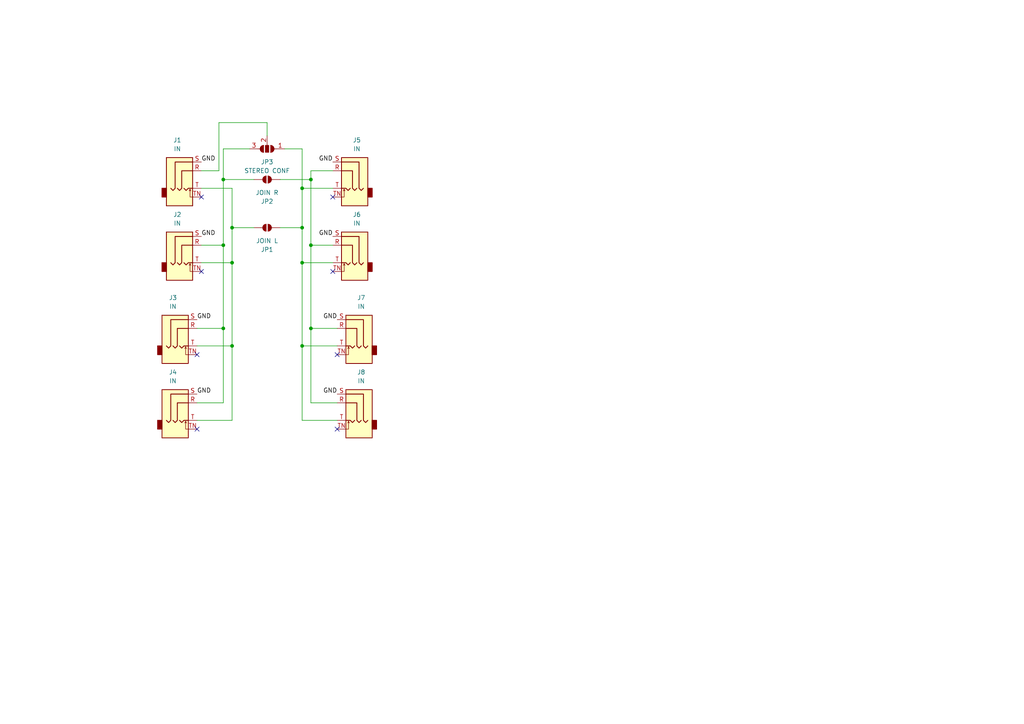
<source format=kicad_sch>
(kicad_sch (version 20231120) (generator "eeschema") (generator_version "8.0")
  (paper "A4")
  (title_block (title "Audio Thing Template") (rev "1.0") (company "velvia-fifty") (comment 1 "https://github.com/velvia-fifty/AudioThings") (comment 2 "You should have changed this already :)") (comment 4 "Stay humble"))
  (lib_symbols
    (symbol "Connector_Audio:AudioJack3_SwitchT"
      (property "Reference" "J" (at 0 8.89 0))
      (property "Value" "AudioJack3_SwitchT" (at 0 6.35 0))
      (symbol "AudioJack3_SwitchT_0_1"
        (rectangle (start -5.08 -5.08) (end -6.35 -7.62) (stroke (width 0.254)) (fill (type outline)))
        (polyline (pts (xy 1.778 -5.334) (xy 2.032 -5.842)))
        (polyline (pts (xy 0 -5.08) (xy 0.635 -5.715) (xy 1.27 -5.08) (xy 2.54 -5.08)) (stroke (width 0.254)))
        (polyline (pts (xy 2.54 -7.62) (xy 1.778 -7.62) (xy 1.778 -5.334) (xy 1.524 -5.842)))
        (polyline (pts (xy -1.905 -5.08) (xy -1.27 -5.715) (xy -0.635 -5.08) (xy -0.635 0) (xy 2.54 0)) (stroke (width 0.254)))
        (polyline (pts (xy 2.54 2.54) (xy -2.54 2.54) (xy -2.54 -5.08) (xy -3.175 -5.715) (xy -3.81 -5.08)) (stroke (width 0.254)))
        (rectangle (start 2.54 3.81) (end -5.08 -10.16) (stroke (width 0.254)) (fill (type background)))
      )
      (symbol "AudioJack3_SwitchT_1_1"
        (pin passive line (at 5.08 0 180) (length 2.54) (name "~") (number "R"))
        (pin passive line (at 5.08 2.54 180) (length 2.54) (name "~") (number "S"))
        (pin passive line (at 5.08 -5.08 180) (length 2.54) (name "~") (number "T"))
        (pin passive line (at 5.08 -7.62 180) (length 2.54) (name "~") (number "TN"))
      )
    )
    (symbol "Jumper:SolderJumper_2_Open" (pin_numbers hide) (pin_names (offset 0) hide) (exclude_from_sim yes) (in_bom no)
      (property "Reference" "JP" (at 0 2.032 0))
      (property "Value" "SolderJumper_2_Open" (at 0 -2.54 0))
      (symbol "SolderJumper_2_Open_0_1"
        (arc (start -0.254 1.016) (mid -1.2656 0) (end -0.254 -1.016))
        (arc (start -0.254 1.016) (mid -1.2656 0) (end -0.254 -1.016) (fill (type outline)))
        (polyline (pts (xy -0.254 1.016) (xy -0.254 -1.016)))
        (polyline (pts (xy 0.254 1.016) (xy 0.254 -1.016)))
        (arc (start 0.254 -1.016) (mid 1.2656 0) (end 0.254 1.016))
        (arc (start 0.254 -1.016) (mid 1.2656 0) (end 0.254 1.016) (fill (type outline)))
      )
      (symbol "SolderJumper_2_Open_1_1"
        (pin passive line (at -3.81 0 0) (length 2.54) (name "A") (number "1"))
        (pin passive line (at 3.81 0 180) (length 2.54) (name "B") (number "2"))
      )
    )
    (symbol "Jumper:SolderJumper_3_Open" (pin_names (offset 0) hide) (exclude_from_sim yes) (in_bom no)
      (property "Reference" "JP" (at -2.54 -2.54 0))
      (property "Value" "SolderJumper_3_Open" (at 0 2.794 0))
      (symbol "SolderJumper_3_Open_0_1"
        (arc (start -1.016 1.016) (mid -2.0276 0) (end -1.016 -1.016))
        (arc (start -1.016 1.016) (mid -2.0276 0) (end -1.016 -1.016) (fill (type outline)))
        (rectangle (start -0.508 1.016) (end 0.508 -1.016) (fill (type outline)))
        (polyline (pts (xy -2.54 0) (xy -2.032 0)))
        (polyline (pts (xy -1.016 1.016) (xy -1.016 -1.016)))
        (polyline (pts (xy 0 -1.27) (xy 0 -1.016)))
        (polyline (pts (xy 1.016 1.016) (xy 1.016 -1.016)))
        (polyline (pts (xy 2.54 0) (xy 2.032 0)))
        (arc (start 1.016 -1.016) (mid 2.0276 0) (end 1.016 1.016))
        (arc (start 1.016 -1.016) (mid 2.0276 0) (end 1.016 1.016) (fill (type outline)))
      )
      (symbol "SolderJumper_3_Open_1_1"
        (pin passive line (at -5.08 0 0) (length 2.54) (name "A") (number "1"))
        (pin passive line (at 0 -3.81 90) (length 2.54) (name "C") (number "2"))
        (pin passive line (at 5.08 0 180) (length 2.54) (name "B") (number "3"))
      )
    )
  )
  (junction (at 90.17 95.25))
  (junction (at 67.31 100.33))
  (junction (at 64.77 52.07))
  (junction (at 87.63 54.61))
  (junction (at 64.77 71.12))
  (junction (at 64.77 95.25))
  (junction (at 87.63 76.2))
  (junction (at 90.17 52.07))
  (junction (at 87.63 66.04))
  (junction (at 67.31 76.2))
  (junction (at 90.17 71.12))
  (junction (at 87.63 100.33))
  (junction (at 67.31 66.04))
  (no_connect (at 57.15 124.46))
  (no_connect (at 96.52 78.74))
  (no_connect (at 96.52 57.15))
  (no_connect (at 57.15 102.87))
  (no_connect (at 58.42 57.15))
  (no_connect (at 58.42 78.74))
  (no_connect (at 97.79 124.46))
  (no_connect (at 97.79 102.87))
  (wire (pts (xy 57.15 121.92) (xy 67.31 121.92)))
  (wire (pts (xy 77.47 35.56) (xy 77.47 39.37)))
  (wire (pts (xy 58.42 71.12) (xy 64.77 71.12)))
  (wire (pts (xy 64.77 52.07) (xy 64.77 43.18)))
  (wire (pts (xy 67.31 100.33) (xy 67.31 76.2)))
  (wire (pts (xy 67.31 66.04) (xy 67.31 54.61)))
  (wire (pts (xy 96.52 76.2) (xy 87.63 76.2)))
  (wire (pts (xy 58.42 76.2) (xy 67.31 76.2)))
  (wire (pts (xy 97.79 100.33) (xy 87.63 100.33)))
  (wire (pts (xy 64.77 43.18) (xy 72.39 43.18)))
  (wire (pts (xy 96.52 54.61) (xy 87.63 54.61)))
  (wire (pts (xy 57.15 95.25) (xy 64.77 95.25)))
  (wire (pts (xy 81.28 52.07) (xy 90.17 52.07)))
  (wire (pts (xy 97.79 116.84) (xy 90.17 116.84)))
  (wire (pts (xy 97.79 121.92) (xy 87.63 121.92)))
  (wire (pts (xy 57.15 116.84) (xy 64.77 116.84)))
  (wire (pts (xy 96.52 71.12) (xy 90.17 71.12)))
  (wire (pts (xy 96.52 49.53) (xy 90.17 49.53)))
  (wire (pts (xy 87.63 66.04) (xy 87.63 54.61)))
  (wire (pts (xy 90.17 49.53) (xy 90.17 52.07)))
  (wire (pts (xy 87.63 100.33) (xy 87.63 76.2)))
  (wire (pts (xy 97.79 95.25) (xy 90.17 95.25)))
  (wire (pts (xy 64.77 71.12) (xy 64.77 52.07)))
  (wire (pts (xy 81.28 66.04) (xy 87.63 66.04)))
  (wire (pts (xy 64.77 116.84) (xy 64.77 95.25)))
  (wire (pts (xy 64.77 52.07) (xy 73.66 52.07)))
  (wire (pts (xy 63.5 49.53) (xy 63.5 35.56)))
  (wire (pts (xy 64.77 95.25) (xy 64.77 71.12)))
  (wire (pts (xy 67.31 121.92) (xy 67.31 100.33)))
  (wire (pts (xy 63.5 35.56) (xy 77.47 35.56)))
  (wire (pts (xy 87.63 43.18) (xy 87.63 54.61)))
  (wire (pts (xy 67.31 76.2) (xy 67.31 66.04)))
  (wire (pts (xy 58.42 54.61) (xy 67.31 54.61)))
  (wire (pts (xy 67.31 66.04) (xy 73.66 66.04)))
  (wire (pts (xy 87.63 76.2) (xy 87.63 66.04)))
  (wire (pts (xy 57.15 100.33) (xy 67.31 100.33)))
  (wire (pts (xy 58.42 49.53) (xy 63.5 49.53)))
  (wire (pts (xy 82.55 43.18) (xy 87.63 43.18)))
  (wire (pts (xy 87.63 121.92) (xy 87.63 100.33)))
  (wire (pts (xy 90.17 116.84) (xy 90.17 95.25)))
  (wire (pts (xy 90.17 95.25) (xy 90.17 71.12)))
  (wire (pts (xy 90.17 52.07) (xy 90.17 71.12)))
  (label "GND" (at 57.15 92.71 0))
  (label "GND" (at 97.79 92.71 180))
  (label "GND" (at 58.42 46.99 0))
  (label "GND" (at 57.15 114.3 0))
  (label "GND" (at 58.42 68.58 0))
  (label "GND" (at 97.79 114.3 180))
  (label "GND" (at 96.52 46.99 180))
  (label "GND" (at 96.52 68.58 180))
  (symbol (lib_id "Connector_Audio:AudioJack3_SwitchT") (at 52.07 95.25 0) (unit 1)
    (property "Reference" "J3" (at 50.165 86.36 0))
    (property "Value" "IN" (at 50.165 88.9 0))
    (property "Footprint" "AT-Footprints:SJ3-3505" (effects (hide yes)))
    (property "Description" "Audio Jack, 3 Poles (Stereo / TRS), Switched T Pole (Normalling)" (effects (hide yes)))
  )
  (symbol (lib_id "Jumper:SolderJumper_2_Open") (at 77.47 52.07 0) (mirror y) (unit 1) (exclude_from_sim yes) (in_bom no)
    (property "Reference" "JP2" (at 77.47 58.42 0))
    (property "Value" "JOIN R" (at 77.47 55.88 0))
    (property "Footprint" "Jumper:SolderJumper-2_P1.3mm_Open_RoundedPad1.0x1.5mm" (effects (hide yes)))
    (property "Description" "Solder Jumper, 2-pole, open" (effects (hide yes)))
  )
  (symbol (lib_id "Jumper:SolderJumper_3_Open") (at 77.47 43.18 180) (unit 1) (exclude_from_sim yes) (in_bom no)
    (property "Reference" "JP3" (at 77.47 46.99 0))
    (property "Value" "STEREO CONF" (at 77.47 49.53 0))
    (property "Footprint" "Jumper:SolderJumper-3_P1.3mm_Open_Pad1.0x1.5mm_NumberLabels" (effects (hide yes)))
    (property "Description" "Solder Jumper, 3-pole, open" (effects (hide yes)))
  )
  (symbol (lib_id "Connector_Audio:AudioJack3_SwitchT") (at 101.6 49.53 0) (mirror y) (unit 1)
    (property "Reference" "J5" (at 103.505 40.64 0))
    (property "Value" "IN" (at 103.505 43.18 0))
    (property "Footprint" "AT-Footprints:SJ3-3505" (effects (hide yes)))
    (property "Description" "Audio Jack, 3 Poles (Stereo / TRS), Switched T Pole (Normalling)" (effects (hide yes)))
  )
  (symbol (lib_id "Connector_Audio:AudioJack3_SwitchT") (at 52.07 116.84 0) (unit 1)
    (property "Reference" "J4" (at 50.165 107.95 0))
    (property "Value" "IN" (at 50.165 110.49 0))
    (property "Footprint" "AT-Footprints:SJ3-3505" (effects (hide yes)))
    (property "Description" "Audio Jack, 3 Poles (Stereo / TRS), Switched T Pole (Normalling)" (effects (hide yes)))
  )
  (symbol (lib_id "Connector_Audio:AudioJack3_SwitchT") (at 53.34 49.53 0) (unit 1)
    (property "Reference" "J1" (at 51.435 40.64 0))
    (property "Value" "IN" (at 51.435 43.18 0))
    (property "Footprint" "AT-Footprints:SJ3-3505" (effects (hide yes)))
    (property "Description" "Audio Jack, 3 Poles (Stereo / TRS), Switched T Pole (Normalling)" (effects (hide yes)))
  )
  (symbol (lib_id "Jumper:SolderJumper_2_Open") (at 77.47 66.04 0) (mirror y) (unit 1) (exclude_from_sim yes) (in_bom no)
    (property "Reference" "JP1" (at 77.47 72.39 0))
    (property "Value" "JOIN L" (at 77.47 69.85 0))
    (property "Footprint" "Jumper:SolderJumper-2_P1.3mm_Open_RoundedPad1.0x1.5mm" (effects (hide yes)))
    (property "Description" "Solder Jumper, 2-pole, open" (effects (hide yes)))
  )
  (symbol (lib_id "Connector_Audio:AudioJack3_SwitchT") (at 102.87 95.25 0) (mirror y) (unit 1)
    (property "Reference" "J7" (at 104.775 86.36 0))
    (property "Value" "IN" (at 104.775 88.9 0))
    (property "Footprint" "AT-Footprints:SJ3-3505" (effects (hide yes)))
    (property "Description" "Audio Jack, 3 Poles (Stereo / TRS), Switched T Pole (Normalling)" (effects (hide yes)))
  )
  (symbol (lib_id "Connector_Audio:AudioJack3_SwitchT") (at 53.34 71.12 0) (unit 1)
    (property "Reference" "J2" (at 51.435 62.23 0))
    (property "Value" "IN" (at 51.435 64.77 0))
    (property "Footprint" "AT-Footprints:SJ3-3505" (effects (hide yes)))
    (property "Description" "Audio Jack, 3 Poles (Stereo / TRS), Switched T Pole (Normalling)" (effects (hide yes)))
  )
  (symbol (lib_id "Connector_Audio:AudioJack3_SwitchT") (at 102.87 116.84 0) (mirror y) (unit 1)
    (property "Reference" "J8" (at 104.775 107.95 0))
    (property "Value" "IN" (at 104.775 110.49 0))
    (property "Footprint" "AT-Footprints:SJ3-3505" (effects (hide yes)))
    (property "Description" "Audio Jack, 3 Poles (Stereo / TRS), Switched T Pole (Normalling)" (effects (hide yes)))
  )
  (symbol (lib_id "Connector_Audio:AudioJack3_SwitchT") (at 101.6 71.12 0) (mirror y) (unit 1)
    (property "Reference" "J6" (at 103.505 62.23 0))
    (property "Value" "IN" (at 103.505 64.77 0))
    (property "Footprint" "AT-Footprints:SJ3-3505" (effects (hide yes)))
    (property "Description" "Audio Jack, 3 Poles (Stereo / TRS), Switched T Pole (Normalling)" (effects (hide yes)))
  )
)
</source>
